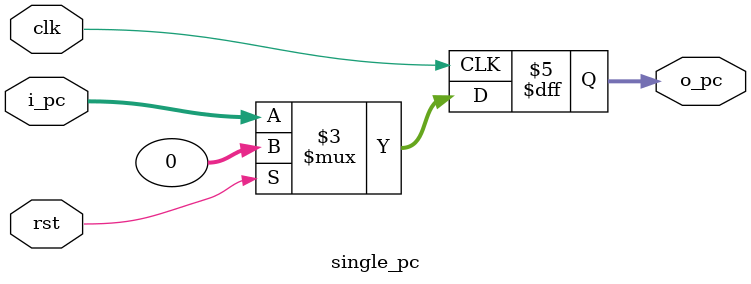
<source format=v>
`timescale 1ns / 1ps
module single_pc(clk, rst, i_pc, o_pc);
  parameter N = 32;
  input wire clk, rst;
  input wire [N-1:0] i_pc;
  output reg [N-1:0] o_pc;
  always @(posedge clk) begin
    if (rst) o_pc <= 0;
    else o_pc <= i_pc;
  end
endmodule

</source>
